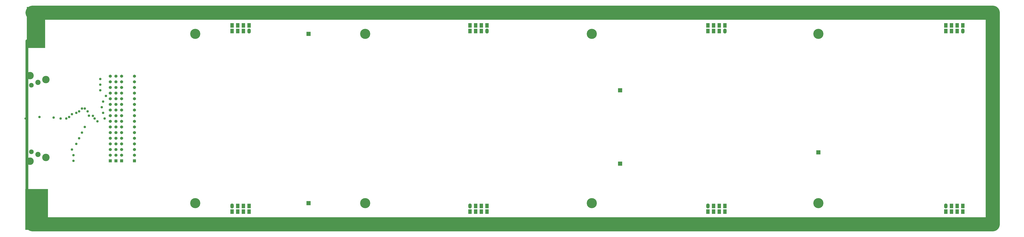
<source format=gbs>
*%FSLAX24Y24*%
*%MOIN*%
G01*
%ADD11C,0.0000*%
%ADD12C,0.0040*%
%ADD13C,0.0050*%
%ADD14C,0.0059*%
%ADD15C,0.0060*%
%ADD16C,0.0070*%
%ADD17C,0.0073*%
%ADD18C,0.0080*%
%ADD19C,0.0098*%
%ADD20C,0.0100*%
%ADD21C,0.0120*%
%ADD22C,0.0157*%
%ADD23C,0.0160*%
%ADD24C,0.0160*%
%ADD25C,0.0180*%
%ADD26C,0.0200*%
%ADD27C,0.0240*%
%ADD28C,0.0250*%
%ADD29C,0.0300*%
%ADD30C,0.0300*%
%ADD31C,0.0320*%
%ADD32C,0.0340*%
%ADD33C,0.0360*%
%ADD34C,0.0380*%
%ADD35C,0.0394*%
%ADD36C,0.0400*%
%ADD37C,0.0434*%
%ADD38C,0.0440*%
%ADD39C,0.0472*%
%ADD40C,0.0500*%
%ADD41C,0.0500*%
%ADD42C,0.0520*%
%ADD43C,0.0540*%
%ADD44C,0.0551*%
%ADD45C,0.0560*%
%ADD46O,0.0560X0.0850*%
%ADD47C,0.0580*%
%ADD48O,0.0600X0.0890*%
%ADD49C,0.0672*%
%ADD50C,0.0787*%
%ADD51C,0.0800*%
%ADD52C,0.0827*%
%ADD53C,0.0886*%
%ADD54C,0.0889*%
%ADD55C,0.0926*%
%ADD56C,0.1161*%
%ADD57C,0.1200*%
%ADD58C,0.1250*%
%ADD59C,0.1276*%
%ADD60C,0.1316*%
%ADD61C,0.1450*%
%ADD62C,0.1516*%
%ADD63C,0.1750*%
%ADD64C,0.1790*%
%ADD65C,0.2000*%
%ADD66C,0.2040*%
%ADD67C,0.2250*%
%ADD68C,0.2500*%
%ADD69R,0.0000X0.0000*%
%ADD70R,0.0400X0.0400*%
%ADD71R,0.0500X0.0400*%
%ADD72R,0.0500X0.0500*%
%ADD73R,0.0540X0.0540*%
%ADD74R,0.0560X0.0750*%
%ADD75R,0.0591X0.0177*%
%ADD76R,0.0600X0.0650*%
%ADD77R,0.0600X0.0790*%
%ADD78R,0.0631X0.0217*%
%ADD79R,0.0700X0.0700*%
%ADD80R,0.0740X0.0740*%
%ADD81R,0.1000X0.1000*%
%ADD82R,0.1000X0.1100*%
%ADD83R,0.1200X0.1200*%
%ADD84R,0.1600X0.1600*%
%ADD85R,0.1640X0.1640*%
%ADD86R,0.2000X0.2000*%
%ADD87R,0.2200X0.2200*%
%ADD88R,0.2500X0.2500*%
D11*
X203510Y47650D02*
D03*
Y67650D02*
D03*
X200510Y59650D02*
D03*
X202010Y47650D02*
D03*
X200510D02*
D03*
Y55650D02*
D03*
X202010Y57650D02*
D03*
Y67650D02*
D03*
X200510D02*
D03*
X198510Y57650D02*
D03*
X188510Y47650D02*
D03*
Y57650D02*
D03*
Y67650D02*
D03*
X178510Y47650D02*
D03*
Y67650D02*
D03*
X168510Y47650D02*
D03*
Y67650D02*
D03*
X161510Y47650D02*
D03*
Y67650D02*
D03*
X159510Y47650D02*
D03*
Y67650D02*
D03*
X160510Y47650D02*
D03*
Y67650D02*
D03*
X148510Y57650D02*
D03*
Y47650D02*
D03*
Y67650D02*
D03*
X138510Y57650D02*
D03*
Y47650D02*
D03*
Y67650D02*
D03*
X128510Y57650D02*
D03*
Y47650D02*
D03*
Y67650D02*
D03*
X124260Y57650D02*
D03*
X118510Y47650D02*
D03*
X119510D02*
D03*
Y57650D02*
D03*
X118010Y67650D02*
D03*
X119510D02*
D03*
X117510Y47650D02*
D03*
Y57650D02*
D03*
X116260Y67650D02*
D03*
X108510Y47650D02*
D03*
Y57650D02*
D03*
Y67650D02*
D03*
X98510Y47650D02*
D03*
Y57650D02*
D03*
Y67650D02*
D03*
X88510Y47650D02*
D03*
Y57650D02*
D03*
Y54650D02*
D03*
Y67650D02*
D03*
X82260Y57650D02*
D03*
Y67650D02*
D03*
X77510Y45900D02*
D03*
X78510Y47650D02*
D03*
Y54650D02*
D03*
X77510Y67650D02*
D03*
X75510Y45900D02*
D03*
X76510D02*
D03*
X76010Y67650D02*
D03*
X76260Y71400D02*
D03*
X74760Y54650D02*
D03*
X74510Y67650D02*
D03*
D32*
X38010Y57650D02*
D03*
D37*
X209010Y73650D02*
D03*
Y41650D02*
D03*
X39010Y76650D02*
D03*
Y38650D02*
D03*
D38*
X51750Y58660D02*
D03*
X52000Y57660D02*
D03*
X51500Y59660D02*
D03*
X51750Y60660D02*
D03*
X52250Y61660D02*
D03*
X49950Y58110D02*
D03*
X50250Y57660D02*
D03*
X50750Y57160D02*
D03*
X51250Y62660D02*
D03*
Y63660D02*
D03*
Y64660D02*
D03*
X48500Y56160D02*
D03*
X48000Y55160D02*
D03*
X49000Y58910D02*
D03*
X49250Y58160D02*
D03*
X48500Y59410D02*
D03*
X48000D02*
D03*
X46500Y50160D02*
D03*
Y51160D02*
D03*
X46250Y52160D02*
D03*
X47000Y53160D02*
D03*
X47500Y54160D02*
D03*
X47000Y58660D02*
D03*
X47500Y58910D02*
D03*
X46250Y58410D02*
D03*
X45750Y57910D02*
D03*
X44250Y57660D02*
D03*
X45250D02*
D03*
X43000Y57810D02*
D03*
X40500Y57910D02*
D03*
D41*
X38260Y71400D02*
Y43900D01*
D43*
X57260Y51150D02*
D03*
Y52150D02*
D03*
Y53150D02*
D03*
Y54150D02*
D03*
Y55150D02*
D03*
Y56150D02*
D03*
Y57150D02*
D03*
Y58150D02*
D03*
Y59150D02*
D03*
Y60150D02*
D03*
Y61150D02*
D03*
Y62150D02*
D03*
Y63150D02*
D03*
Y64150D02*
D03*
Y65150D02*
D03*
X55010D02*
D03*
Y64150D02*
D03*
Y63150D02*
D03*
Y62150D02*
D03*
Y61150D02*
D03*
Y60150D02*
D03*
Y59150D02*
D03*
Y58150D02*
D03*
Y57150D02*
D03*
Y56150D02*
D03*
Y55150D02*
D03*
Y54150D02*
D03*
Y53150D02*
D03*
Y52150D02*
D03*
Y51150D02*
D03*
X54010Y65150D02*
D03*
Y64150D02*
D03*
Y63150D02*
D03*
Y62150D02*
D03*
Y61150D02*
D03*
Y60150D02*
D03*
Y59150D02*
D03*
Y58150D02*
D03*
Y57150D02*
D03*
Y56150D02*
D03*
Y55150D02*
D03*
Y54150D02*
D03*
Y53150D02*
D03*
Y52150D02*
D03*
Y51150D02*
D03*
X53010Y65150D02*
D03*
Y64150D02*
D03*
Y63150D02*
D03*
Y62150D02*
D03*
Y61150D02*
D03*
Y60150D02*
D03*
Y59150D02*
D03*
Y58150D02*
D03*
Y57150D02*
D03*
Y56150D02*
D03*
Y55150D02*
D03*
Y54150D02*
D03*
Y53150D02*
D03*
Y52150D02*
D03*
Y51150D02*
D03*
D48*
X203510Y73150D02*
D03*
X200510Y42150D02*
D03*
X161510Y73150D02*
D03*
X158510Y42150D02*
D03*
X119510Y73150D02*
D03*
X116510Y42150D02*
D03*
X77510Y73150D02*
D03*
X74510Y42150D02*
D03*
D52*
X209010Y73650D02*
D03*
Y41650D02*
D03*
X39010Y76650D02*
D03*
X39069Y51754D02*
D03*
Y63566D02*
D03*
X39010Y38650D02*
D03*
D55*
X40250Y64038D02*
D03*
Y51282D02*
D03*
D60*
X41648Y50754D02*
D03*
X38852Y50073D02*
D03*
X41648Y64566D02*
D03*
X38852Y65247D02*
D03*
D64*
X68010Y42650D02*
D03*
Y72650D02*
D03*
X98010Y42650D02*
D03*
Y72650D02*
D03*
X138010Y42650D02*
D03*
Y72650D02*
D03*
X178010Y42650D02*
D03*
Y72650D02*
D03*
D66*
X207760Y76400D02*
D03*
Y38900D02*
D03*
X165760Y76400D02*
D03*
Y38900D02*
D03*
X123760Y76400D02*
D03*
Y38900D02*
D03*
X81760Y76400D02*
D03*
X68010D02*
D03*
X81760Y38900D02*
D03*
X68010D02*
D03*
D68*
X208760D02*
Y76400D01*
X39260D01*
Y38900D02*
X208760D01*
D69*
X42010Y42650D02*
X38010D01*
D73*
X57260Y50150D02*
D03*
X55010D02*
D03*
X54010D02*
D03*
X53010D02*
D03*
D77*
X200510Y74150D02*
D03*
X201510D02*
D03*
X202510D02*
D03*
X203510D02*
D03*
X201510Y73150D02*
D03*
X202510D02*
D03*
X200510D02*
D03*
X203510Y41150D02*
D03*
X202510D02*
D03*
X201510D02*
D03*
X200510D02*
D03*
X202510Y42150D02*
D03*
X201510D02*
D03*
X203510D02*
D03*
X158510Y74150D02*
D03*
X159510D02*
D03*
X160510D02*
D03*
X161510D02*
D03*
X159510Y73150D02*
D03*
X160510D02*
D03*
X158510D02*
D03*
X161510Y41150D02*
D03*
X160510D02*
D03*
X159510D02*
D03*
X158510D02*
D03*
X160510Y42150D02*
D03*
X159510D02*
D03*
X161510D02*
D03*
X116510Y74150D02*
D03*
X117510D02*
D03*
X118510D02*
D03*
X119510D02*
D03*
X117510Y73150D02*
D03*
X118510D02*
D03*
X116510D02*
D03*
X119510Y41150D02*
D03*
X118510D02*
D03*
X117510D02*
D03*
X116510D02*
D03*
X118510Y42150D02*
D03*
X117510D02*
D03*
X119510D02*
D03*
X74510Y74150D02*
D03*
X75510D02*
D03*
X76510D02*
D03*
X77510D02*
D03*
X75510Y73150D02*
D03*
X76510D02*
D03*
X74510D02*
D03*
X77510Y41150D02*
D03*
X76510D02*
D03*
X75510D02*
D03*
X74510D02*
D03*
X76510Y42150D02*
D03*
X75510D02*
D03*
X77510D02*
D03*
D80*
X209010Y57650D02*
D03*
X178010Y51650D02*
D03*
X143010Y62650D02*
D03*
Y49650D02*
D03*
X88010Y72650D02*
D03*
Y42650D02*
D03*
D81*
X41010Y72150D02*
X38760D01*
D85*
X49260Y76400D02*
D03*
Y38900D02*
D03*
D88*
X39510Y71400D02*
X40260D01*
Y76150D01*
X39510D01*
Y71400D01*
X39260Y39150D02*
X40760D01*
Y43900D01*
X39260D01*
Y39150D01*
D02*
M02*

</source>
